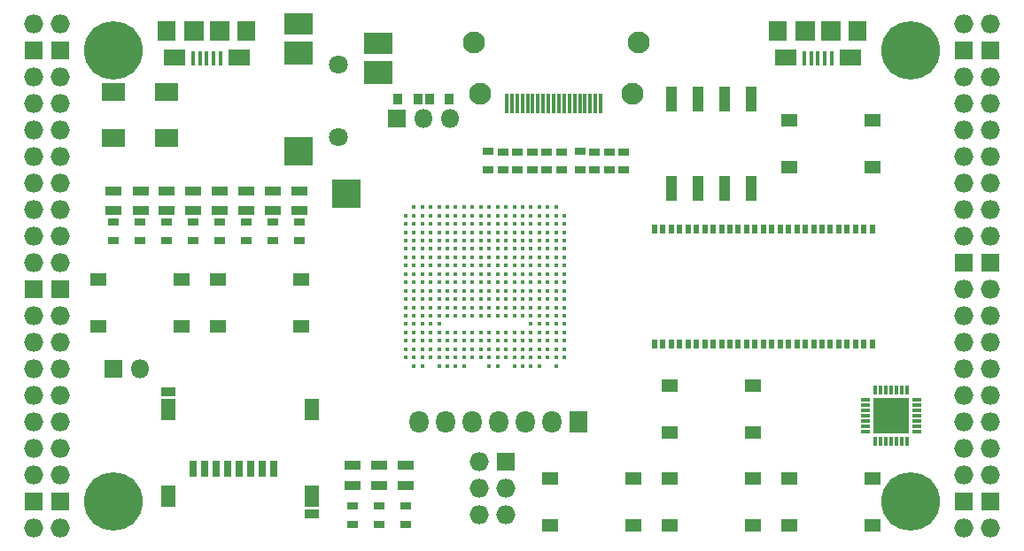
<source format=gts>
G04 #@! TF.GenerationSoftware,KiCad,Pcbnew,5.0.0-rc2+dfsg1-2*
G04 #@! TF.CreationDate,2018-06-06T08:38:01+02:00*
G04 #@! TF.ProjectId,ulx3s,756C7833732E6B696361645F70636200,rev?*
G04 #@! TF.SameCoordinates,Original*
G04 #@! TF.FileFunction,Soldermask,Top*
G04 #@! TF.FilePolarity,Negative*
%FSLAX46Y46*%
G04 Gerber Fmt 4.6, Leading zero omitted, Abs format (unit mm)*
G04 Created by KiCad (PCBNEW 5.0.0-rc2+dfsg1-2) date Wed Jun  6 08:38:01 2018*
%MOMM*%
%LPD*%
G01*
G04 APERTURE LIST*
%ADD10O,1.827200X1.827200*%
%ADD11R,1.727200X1.727200*%
%ADD12C,5.600000*%
%ADD13R,2.100000X1.600000*%
%ADD14R,1.900000X1.900000*%
%ADD15R,0.400000X1.350000*%
%ADD16R,1.800000X1.900000*%
%ADD17O,0.950000X0.400000*%
%ADD18O,0.400000X0.950000*%
%ADD19R,1.675000X1.675000*%
%ADD20R,1.727200X2.032000*%
%ADD21O,1.827200X2.132000*%
%ADD22R,1.550000X1.300000*%
%ADD23R,1.120000X2.440000*%
%ADD24C,0.430000*%
%ADD25R,2.800000X2.000000*%
%ADD26R,2.800000X2.200000*%
%ADD27R,2.800000X2.800000*%
%ADD28C,1.800000*%
%ADD29R,0.700000X1.500000*%
%ADD30R,1.450000X0.900000*%
%ADD31R,1.450000X2.000000*%
%ADD32R,2.200000X1.800000*%
%ADD33R,0.560000X0.900000*%
%ADD34R,1.000000X0.670000*%
%ADD35R,1.500000X0.970000*%
%ADD36R,0.300000X1.900000*%
%ADD37C,2.100000*%
%ADD38R,0.845000X1.000000*%
%ADD39R,1.700000X1.700000*%
%ADD40O,1.800000X1.800000*%
G04 APERTURE END LIST*
D10*
G04 #@! TO.C,J1*
X97910000Y-62690000D03*
X95370000Y-62690000D03*
D11*
X97910000Y-65230000D03*
X95370000Y-65230000D03*
D10*
X97910000Y-67770000D03*
X95370000Y-67770000D03*
X97910000Y-70310000D03*
X95370000Y-70310000D03*
X97910000Y-72850000D03*
X95370000Y-72850000D03*
X97910000Y-75390000D03*
X95370000Y-75390000D03*
X97910000Y-77930000D03*
X95370000Y-77930000D03*
X97910000Y-80470000D03*
X95370000Y-80470000D03*
X97910000Y-83010000D03*
X95370000Y-83010000D03*
X97910000Y-85550000D03*
X95370000Y-85550000D03*
D11*
X97910000Y-88090000D03*
X95370000Y-88090000D03*
D10*
X97910000Y-90630000D03*
X95370000Y-90630000D03*
X97910000Y-93170000D03*
X95370000Y-93170000D03*
X97910000Y-95710000D03*
X95370000Y-95710000D03*
X97910000Y-98250000D03*
X95370000Y-98250000D03*
X97910000Y-100790000D03*
X95370000Y-100790000D03*
X97910000Y-103330000D03*
X95370000Y-103330000D03*
X97910000Y-105870000D03*
X95370000Y-105870000D03*
D11*
X97910000Y-108410000D03*
X95370000Y-108410000D03*
D10*
X97910000Y-110950000D03*
X95370000Y-110950000D03*
G04 #@! TD*
G04 #@! TO.C,J2*
X184270000Y-110950000D03*
X186810000Y-110950000D03*
D11*
X184270000Y-108410000D03*
X186810000Y-108410000D03*
D10*
X184270000Y-105870000D03*
X186810000Y-105870000D03*
X184270000Y-103330000D03*
X186810000Y-103330000D03*
X184270000Y-100790000D03*
X186810000Y-100790000D03*
X184270000Y-98250000D03*
X186810000Y-98250000D03*
X184270000Y-95710000D03*
X186810000Y-95710000D03*
X184270000Y-93170000D03*
X186810000Y-93170000D03*
X184270000Y-90630000D03*
X186810000Y-90630000D03*
X184270000Y-88090000D03*
X186810000Y-88090000D03*
D11*
X184270000Y-85550000D03*
X186810000Y-85550000D03*
D10*
X184270000Y-83010000D03*
X186810000Y-83010000D03*
X184270000Y-80470000D03*
X186810000Y-80470000D03*
X184270000Y-77930000D03*
X186810000Y-77930000D03*
X184270000Y-75390000D03*
X186810000Y-75390000D03*
X184270000Y-72850000D03*
X186810000Y-72850000D03*
X184270000Y-70310000D03*
X186810000Y-70310000D03*
X184270000Y-67770000D03*
X186810000Y-67770000D03*
D11*
X184270000Y-65230000D03*
X186810000Y-65230000D03*
D10*
X184270000Y-62690000D03*
X186810000Y-62690000D03*
G04 #@! TD*
D12*
G04 #@! TO.C,H1*
X102990000Y-108410000D03*
G04 #@! TD*
G04 #@! TO.C,H2*
X179190000Y-108410000D03*
G04 #@! TD*
G04 #@! TO.C,H3*
X179190000Y-65230000D03*
G04 #@! TD*
G04 #@! TO.C,H4*
X102990000Y-65230000D03*
G04 #@! TD*
D13*
G04 #@! TO.C,US1*
X114980000Y-65875000D03*
X108780000Y-65875000D03*
D14*
X113080000Y-63325000D03*
X110680000Y-63325000D03*
D15*
X113180000Y-66000000D03*
X112530000Y-66000000D03*
X111880000Y-66000000D03*
X111230000Y-66000000D03*
X110580000Y-66000000D03*
D16*
X115680000Y-63325000D03*
X108080000Y-63325000D03*
G04 #@! TD*
D13*
G04 #@! TO.C,US2*
X173400000Y-65875000D03*
X167200000Y-65875000D03*
D14*
X171500000Y-63325000D03*
X169100000Y-63325000D03*
D15*
X171600000Y-66000000D03*
X170950000Y-66000000D03*
X170300000Y-66000000D03*
X169650000Y-66000000D03*
X169000000Y-66000000D03*
D16*
X174100000Y-63325000D03*
X166500000Y-63325000D03*
G04 #@! TD*
D11*
G04 #@! TO.C,J4*
X140455000Y-104600000D03*
D10*
X137915000Y-104600000D03*
X140455000Y-107140000D03*
X137915000Y-107140000D03*
X140455000Y-109680000D03*
X137915000Y-109680000D03*
G04 #@! TD*
D17*
G04 #@! TO.C,U8*
X179735000Y-101655000D03*
X179735000Y-101155000D03*
X179735000Y-100655000D03*
X179735000Y-100155000D03*
X179735000Y-99655000D03*
X179735000Y-99155000D03*
X179735000Y-98655000D03*
D18*
X178785000Y-97705000D03*
X178285000Y-97705000D03*
X177785000Y-97705000D03*
X177285000Y-97705000D03*
X176785000Y-97705000D03*
X176285000Y-97705000D03*
X175785000Y-97705000D03*
D17*
X174835000Y-98655000D03*
X174835000Y-99155000D03*
X174835000Y-99655000D03*
X174835000Y-100155000D03*
X174835000Y-100655000D03*
X174835000Y-101155000D03*
X174835000Y-101655000D03*
D18*
X175785000Y-102605000D03*
X176285000Y-102605000D03*
X176785000Y-102605000D03*
X177285000Y-102605000D03*
X177785000Y-102605000D03*
X178285000Y-102605000D03*
X178785000Y-102605000D03*
D19*
X176447500Y-99317500D03*
X176447500Y-100992500D03*
X178122500Y-99317500D03*
X178122500Y-100992500D03*
G04 #@! TD*
D20*
G04 #@! TO.C,OLED1*
X147440000Y-100790000D03*
D21*
X144900000Y-100790000D03*
X142360000Y-100790000D03*
X139820000Y-100790000D03*
X137280000Y-100790000D03*
X134740000Y-100790000D03*
X132200000Y-100790000D03*
G04 #@! TD*
D22*
G04 #@! TO.C,BTN0*
X175550000Y-71870000D03*
X175550000Y-76370000D03*
X167590000Y-76370000D03*
X167590000Y-71870000D03*
G04 #@! TD*
G04 #@! TO.C,BTN1*
X101550000Y-91610000D03*
X101550000Y-87110000D03*
X109510000Y-87110000D03*
X109510000Y-91610000D03*
G04 #@! TD*
G04 #@! TO.C,BTN2*
X112980000Y-91610000D03*
X112980000Y-87110000D03*
X120940000Y-87110000D03*
X120940000Y-91610000D03*
G04 #@! TD*
G04 #@! TO.C,BTN3*
X156160000Y-101770000D03*
X156160000Y-97270000D03*
X164120000Y-97270000D03*
X164120000Y-101770000D03*
G04 #@! TD*
G04 #@! TO.C,BTN4*
X164120000Y-106160000D03*
X164120000Y-110660000D03*
X156160000Y-110660000D03*
X156160000Y-106160000D03*
G04 #@! TD*
G04 #@! TO.C,BTN5*
X152690000Y-106160000D03*
X152690000Y-110660000D03*
X144730000Y-110660000D03*
X144730000Y-106160000D03*
G04 #@! TD*
G04 #@! TO.C,BTN6*
X175550000Y-106160000D03*
X175550000Y-110660000D03*
X167590000Y-110660000D03*
X167590000Y-106160000D03*
G04 #@! TD*
D23*
G04 #@! TO.C,SW1*
X156330000Y-78425000D03*
X163950000Y-69815000D03*
X158870000Y-78425000D03*
X161410000Y-69815000D03*
X161410000Y-78425000D03*
X158870000Y-69815000D03*
X163950000Y-78425000D03*
X156330000Y-69815000D03*
G04 #@! TD*
D24*
G04 #@! TO.C,U1*
X131680000Y-80200000D03*
X132480000Y-80200000D03*
X133280000Y-80200000D03*
X134080000Y-80200000D03*
X134880000Y-80200000D03*
X135680000Y-80200000D03*
X136480000Y-80200000D03*
X137280000Y-80200000D03*
X138080000Y-80200000D03*
X138880000Y-80200000D03*
X139680000Y-80200000D03*
X140480000Y-80200000D03*
X141280000Y-80200000D03*
X142080000Y-80200000D03*
X142880000Y-80200000D03*
X143680000Y-80200000D03*
X144480000Y-80200000D03*
X145280000Y-80200000D03*
X130880000Y-81000000D03*
X131680000Y-81000000D03*
X132480000Y-81000000D03*
X133280000Y-81000000D03*
X134080000Y-81000000D03*
X134880000Y-81000000D03*
X135680000Y-81000000D03*
X136480000Y-81000000D03*
X137280000Y-81000000D03*
X138080000Y-81000000D03*
X138880000Y-81000000D03*
X139680000Y-81000000D03*
X140480000Y-81000000D03*
X141280000Y-81000000D03*
X142080000Y-81000000D03*
X142880000Y-81000000D03*
X143680000Y-81000000D03*
X144480000Y-81000000D03*
X145280000Y-81000000D03*
X146080000Y-81000000D03*
X130880000Y-81800000D03*
X131680000Y-81800000D03*
X132480000Y-81800000D03*
X133280000Y-81800000D03*
X134080000Y-81800000D03*
X134880000Y-81800000D03*
X135680000Y-81800000D03*
X136480000Y-81800000D03*
X137280000Y-81800000D03*
X138080000Y-81800000D03*
X138880000Y-81800000D03*
X139680000Y-81800000D03*
X140480000Y-81800000D03*
X141280000Y-81800000D03*
X142080000Y-81800000D03*
X142880000Y-81800000D03*
X143680000Y-81800000D03*
X144480000Y-81800000D03*
X145280000Y-81800000D03*
X146080000Y-81800000D03*
X130880000Y-82600000D03*
X131680000Y-82600000D03*
X132480000Y-82600000D03*
X133280000Y-82600000D03*
X134080000Y-82600000D03*
X134880000Y-82600000D03*
X135680000Y-82600000D03*
X136480000Y-82600000D03*
X137280000Y-82600000D03*
X138080000Y-82600000D03*
X138880000Y-82600000D03*
X139680000Y-82600000D03*
X140480000Y-82600000D03*
X141280000Y-82600000D03*
X142080000Y-82600000D03*
X142880000Y-82600000D03*
X143680000Y-82600000D03*
X144480000Y-82600000D03*
X145280000Y-82600000D03*
X146080000Y-82600000D03*
X130880000Y-83400000D03*
X131680000Y-83400000D03*
X132480000Y-83400000D03*
X133280000Y-83400000D03*
X134080000Y-83400000D03*
X134880000Y-83400000D03*
X135680000Y-83400000D03*
X136480000Y-83400000D03*
X137280000Y-83400000D03*
X138080000Y-83400000D03*
X138880000Y-83400000D03*
X139680000Y-83400000D03*
X140480000Y-83400000D03*
X141280000Y-83400000D03*
X142080000Y-83400000D03*
X142880000Y-83400000D03*
X143680000Y-83400000D03*
X144480000Y-83400000D03*
X145280000Y-83400000D03*
X146080000Y-83400000D03*
X130880000Y-84200000D03*
X131680000Y-84200000D03*
X132480000Y-84200000D03*
X133280000Y-84200000D03*
X134080000Y-84200000D03*
X134880000Y-84200000D03*
X135680000Y-84200000D03*
X136480000Y-84200000D03*
X137280000Y-84200000D03*
X138080000Y-84200000D03*
X138880000Y-84200000D03*
X139680000Y-84200000D03*
X140480000Y-84200000D03*
X141280000Y-84200000D03*
X142080000Y-84200000D03*
X142880000Y-84200000D03*
X143680000Y-84200000D03*
X144480000Y-84200000D03*
X145280000Y-84200000D03*
X146080000Y-84200000D03*
X130880000Y-85000000D03*
X131680000Y-85000000D03*
X132480000Y-85000000D03*
X133280000Y-85000000D03*
X134080000Y-85000000D03*
X134880000Y-85000000D03*
X135680000Y-85000000D03*
X136480000Y-85000000D03*
X137280000Y-85000000D03*
X138080000Y-85000000D03*
X138880000Y-85000000D03*
X139680000Y-85000000D03*
X140480000Y-85000000D03*
X141280000Y-85000000D03*
X142080000Y-85000000D03*
X142880000Y-85000000D03*
X143680000Y-85000000D03*
X144480000Y-85000000D03*
X145280000Y-85000000D03*
X146080000Y-85000000D03*
X130880000Y-85800000D03*
X131680000Y-85800000D03*
X132480000Y-85800000D03*
X133280000Y-85800000D03*
X134080000Y-85800000D03*
X134880000Y-85800000D03*
X135680000Y-85800000D03*
X136480000Y-85800000D03*
X137280000Y-85800000D03*
X138080000Y-85800000D03*
X138880000Y-85800000D03*
X139680000Y-85800000D03*
X140480000Y-85800000D03*
X141280000Y-85800000D03*
X142080000Y-85800000D03*
X142880000Y-85800000D03*
X143680000Y-85800000D03*
X144480000Y-85800000D03*
X145280000Y-85800000D03*
X146080000Y-85800000D03*
X130880000Y-86600000D03*
X131680000Y-86600000D03*
X132480000Y-86600000D03*
X133280000Y-86600000D03*
X134080000Y-86600000D03*
X134880000Y-86600000D03*
X135680000Y-86600000D03*
X136480000Y-86600000D03*
X137280000Y-86600000D03*
X138080000Y-86600000D03*
X138880000Y-86600000D03*
X139680000Y-86600000D03*
X140480000Y-86600000D03*
X141280000Y-86600000D03*
X142080000Y-86600000D03*
X142880000Y-86600000D03*
X143680000Y-86600000D03*
X144480000Y-86600000D03*
X145280000Y-86600000D03*
X146080000Y-86600000D03*
X130880000Y-87400000D03*
X131680000Y-87400000D03*
X132480000Y-87400000D03*
X133280000Y-87400000D03*
X134080000Y-87400000D03*
X134880000Y-87400000D03*
X135680000Y-87400000D03*
X136480000Y-87400000D03*
X137280000Y-87400000D03*
X138080000Y-87400000D03*
X138880000Y-87400000D03*
X139680000Y-87400000D03*
X140480000Y-87400000D03*
X141280000Y-87400000D03*
X142080000Y-87400000D03*
X142880000Y-87400000D03*
X143680000Y-87400000D03*
X144480000Y-87400000D03*
X145280000Y-87400000D03*
X146080000Y-87400000D03*
X130880000Y-88200000D03*
X131680000Y-88200000D03*
X132480000Y-88200000D03*
X133280000Y-88200000D03*
X134080000Y-88200000D03*
X134880000Y-88200000D03*
X135680000Y-88200000D03*
X136480000Y-88200000D03*
X137280000Y-88200000D03*
X138080000Y-88200000D03*
X138880000Y-88200000D03*
X139680000Y-88200000D03*
X140480000Y-88200000D03*
X141280000Y-88200000D03*
X142080000Y-88200000D03*
X142880000Y-88200000D03*
X143680000Y-88200000D03*
X144480000Y-88200000D03*
X145280000Y-88200000D03*
X146080000Y-88200000D03*
X130880000Y-89000000D03*
X131680000Y-89000000D03*
X132480000Y-89000000D03*
X133280000Y-89000000D03*
X134080000Y-89000000D03*
X134880000Y-89000000D03*
X135680000Y-89000000D03*
X136480000Y-89000000D03*
X137280000Y-89000000D03*
X138080000Y-89000000D03*
X138880000Y-89000000D03*
X139680000Y-89000000D03*
X140480000Y-89000000D03*
X141280000Y-89000000D03*
X142080000Y-89000000D03*
X142880000Y-89000000D03*
X143680000Y-89000000D03*
X144480000Y-89000000D03*
X145280000Y-89000000D03*
X146080000Y-89000000D03*
X130880000Y-89800000D03*
X131680000Y-89800000D03*
X132480000Y-89800000D03*
X133280000Y-89800000D03*
X134080000Y-89800000D03*
X134880000Y-89800000D03*
X135680000Y-89800000D03*
X136480000Y-89800000D03*
X137280000Y-89800000D03*
X138080000Y-89800000D03*
X138880000Y-89800000D03*
X139680000Y-89800000D03*
X140480000Y-89800000D03*
X141280000Y-89800000D03*
X142080000Y-89800000D03*
X142880000Y-89800000D03*
X143680000Y-89800000D03*
X144480000Y-89800000D03*
X145280000Y-89800000D03*
X146080000Y-89800000D03*
X130880000Y-90600000D03*
X131680000Y-90600000D03*
X132480000Y-90600000D03*
X133280000Y-90600000D03*
X134080000Y-90600000D03*
X134880000Y-90600000D03*
X135680000Y-90600000D03*
X136480000Y-90600000D03*
X137280000Y-90600000D03*
X138080000Y-90600000D03*
X138880000Y-90600000D03*
X139680000Y-90600000D03*
X140480000Y-90600000D03*
X141280000Y-90600000D03*
X142080000Y-90600000D03*
X142880000Y-90600000D03*
X143680000Y-90600000D03*
X144480000Y-90600000D03*
X145280000Y-90600000D03*
X146080000Y-90600000D03*
X130880000Y-91400000D03*
X131680000Y-91400000D03*
X132480000Y-91400000D03*
X133280000Y-91400000D03*
X134080000Y-91400000D03*
X142880000Y-91400000D03*
X143680000Y-91400000D03*
X144480000Y-91400000D03*
X145280000Y-91400000D03*
X146080000Y-91400000D03*
X130880000Y-92200000D03*
X131680000Y-92200000D03*
X132480000Y-92200000D03*
X133280000Y-92200000D03*
X134080000Y-92200000D03*
X134880000Y-92200000D03*
X135680000Y-92200000D03*
X136480000Y-92200000D03*
X137280000Y-92200000D03*
X138080000Y-92200000D03*
X138880000Y-92200000D03*
X139680000Y-92200000D03*
X140480000Y-92200000D03*
X141280000Y-92200000D03*
X142080000Y-92200000D03*
X142880000Y-92200000D03*
X143680000Y-92200000D03*
X144480000Y-92200000D03*
X145280000Y-92200000D03*
X146080000Y-92200000D03*
X130880000Y-93000000D03*
X131680000Y-93000000D03*
X132480000Y-93000000D03*
X133280000Y-93000000D03*
X134080000Y-93000000D03*
X134880000Y-93000000D03*
X135680000Y-93000000D03*
X136480000Y-93000000D03*
X137280000Y-93000000D03*
X138080000Y-93000000D03*
X138880000Y-93000000D03*
X139680000Y-93000000D03*
X140480000Y-93000000D03*
X141280000Y-93000000D03*
X142080000Y-93000000D03*
X142880000Y-93000000D03*
X143680000Y-93000000D03*
X144480000Y-93000000D03*
X145280000Y-93000000D03*
X146080000Y-93000000D03*
X130880000Y-93800000D03*
X131680000Y-93800000D03*
X132480000Y-93800000D03*
X133280000Y-93800000D03*
X134080000Y-93800000D03*
X134880000Y-93800000D03*
X135680000Y-93800000D03*
X136480000Y-93800000D03*
X137280000Y-93800000D03*
X138080000Y-93800000D03*
X138880000Y-93800000D03*
X139680000Y-93800000D03*
X140480000Y-93800000D03*
X141280000Y-93800000D03*
X142080000Y-93800000D03*
X142880000Y-93800000D03*
X143680000Y-93800000D03*
X144480000Y-93800000D03*
X145280000Y-93800000D03*
X146080000Y-93800000D03*
X130880000Y-94600000D03*
X131680000Y-94600000D03*
X132480000Y-94600000D03*
X133280000Y-94600000D03*
X134080000Y-94600000D03*
X134880000Y-94600000D03*
X135680000Y-94600000D03*
X136480000Y-94600000D03*
X137280000Y-94600000D03*
X138080000Y-94600000D03*
X138880000Y-94600000D03*
X139680000Y-94600000D03*
X140480000Y-94600000D03*
X141280000Y-94600000D03*
X142080000Y-94600000D03*
X142880000Y-94600000D03*
X143680000Y-94600000D03*
X144480000Y-94600000D03*
X145280000Y-94600000D03*
X146080000Y-94600000D03*
X131680000Y-95400000D03*
X132480000Y-95400000D03*
X134080000Y-95400000D03*
X134880000Y-95400000D03*
X135680000Y-95400000D03*
X136480000Y-95400000D03*
X138880000Y-95400000D03*
X139680000Y-95400000D03*
X141280000Y-95400000D03*
X142080000Y-95400000D03*
X142880000Y-95400000D03*
X143680000Y-95400000D03*
X145280000Y-95400000D03*
G04 #@! TD*
D25*
G04 #@! TO.C,AUDIO1*
X120668000Y-62618000D03*
D26*
X120668000Y-65418000D03*
D27*
X120668000Y-74818000D03*
X125218000Y-78918000D03*
D26*
X128268000Y-67318000D03*
D25*
X128268000Y-64518000D03*
D28*
X124468000Y-66518000D03*
X124468000Y-73518000D03*
G04 #@! TD*
D29*
G04 #@! TO.C,SD1*
X118250000Y-105250000D03*
X117150000Y-105250000D03*
X116050000Y-105250000D03*
X114950000Y-105250000D03*
X113850000Y-105250000D03*
X112750000Y-105250000D03*
X111650000Y-105250000D03*
X110550000Y-105250000D03*
D30*
X121925000Y-109550000D03*
X108175000Y-97850000D03*
D31*
X108175000Y-107850000D03*
X121925000Y-107850000D03*
X121925000Y-99550000D03*
X108175000Y-99550000D03*
G04 #@! TD*
D32*
G04 #@! TO.C,Y1*
X108040000Y-69220000D03*
X102960000Y-69220000D03*
X102960000Y-73620000D03*
X108040000Y-73620000D03*
G04 #@! TD*
D33*
G04 #@! TO.C,U2*
X175493000Y-82270000D03*
X154693000Y-93330000D03*
X155493000Y-93330000D03*
X156293000Y-93330000D03*
X157093000Y-93330000D03*
X157893000Y-93330000D03*
X158693000Y-93330000D03*
X159493000Y-93330000D03*
X160293000Y-93330000D03*
X161093000Y-93330000D03*
X161893000Y-93330000D03*
X162693000Y-93330000D03*
X163493000Y-93330000D03*
X164293000Y-93330000D03*
X165093000Y-93330000D03*
X165893000Y-93330000D03*
X166693000Y-93330000D03*
X167493000Y-93330000D03*
X168293000Y-93330000D03*
X169093000Y-93330000D03*
X169893000Y-93330000D03*
X170693000Y-93330000D03*
X171493000Y-93330000D03*
X172293000Y-93330000D03*
X173093000Y-93330000D03*
X173893000Y-93330000D03*
X174693000Y-93330000D03*
X175493000Y-93330000D03*
X174693000Y-82270000D03*
X173893000Y-82270000D03*
X173093000Y-82270000D03*
X172293000Y-82270000D03*
X171493000Y-82270000D03*
X170693000Y-82270000D03*
X169893000Y-82270000D03*
X169093000Y-82270000D03*
X168293000Y-82270000D03*
X167493000Y-82270000D03*
X166693000Y-82270000D03*
X165893000Y-82270000D03*
X165093000Y-82270000D03*
X164293000Y-82270000D03*
X163493000Y-82270000D03*
X162693000Y-82270000D03*
X161893000Y-82270000D03*
X161093000Y-82270000D03*
X160293000Y-82270000D03*
X159493000Y-82270000D03*
X158693000Y-82270000D03*
X157893000Y-82270000D03*
X157093000Y-82270000D03*
X156293000Y-82270000D03*
X155493000Y-82270000D03*
X154693000Y-82270000D03*
G04 #@! TD*
D34*
G04 #@! TO.C,C36*
X150361000Y-76646000D03*
X150361000Y-74896000D03*
G04 #@! TD*
G04 #@! TO.C,C37*
X151758000Y-74896000D03*
X151758000Y-76646000D03*
G04 #@! TD*
G04 #@! TO.C,C38*
X140201000Y-74896000D03*
X140201000Y-76646000D03*
G04 #@! TD*
G04 #@! TO.C,C39*
X142995000Y-76646000D03*
X142995000Y-74896000D03*
G04 #@! TD*
G04 #@! TO.C,C40*
X145789000Y-76646000D03*
X145789000Y-74896000D03*
G04 #@! TD*
G04 #@! TO.C,C41*
X148964000Y-74896000D03*
X148964000Y-76646000D03*
G04 #@! TD*
G04 #@! TO.C,C42*
X138742800Y-76638600D03*
X138742800Y-74888600D03*
G04 #@! TD*
G04 #@! TO.C,C43*
X141598000Y-74896000D03*
X141598000Y-76646000D03*
G04 #@! TD*
G04 #@! TO.C,C44*
X144392000Y-74896000D03*
X144392000Y-76646000D03*
G04 #@! TD*
G04 #@! TO.C,C45*
X147567000Y-76634000D03*
X147567000Y-74884000D03*
G04 #@! TD*
D35*
G04 #@! TO.C,D19*
X130930000Y-106825000D03*
X130930000Y-104915000D03*
G04 #@! TD*
G04 #@! TO.C,D0*
X120770000Y-78644000D03*
X120770000Y-80554000D03*
G04 #@! TD*
G04 #@! TO.C,D1*
X118230000Y-80554000D03*
X118230000Y-78644000D03*
G04 #@! TD*
G04 #@! TO.C,D2*
X115690000Y-78644000D03*
X115690000Y-80554000D03*
G04 #@! TD*
G04 #@! TO.C,D3*
X113150000Y-78644000D03*
X113150000Y-80554000D03*
G04 #@! TD*
G04 #@! TO.C,D4*
X110610000Y-80554000D03*
X110610000Y-78644000D03*
G04 #@! TD*
G04 #@! TO.C,D5*
X108070000Y-80554000D03*
X108070000Y-78644000D03*
G04 #@! TD*
G04 #@! TO.C,D6*
X105545000Y-78644000D03*
X105545000Y-80554000D03*
G04 #@! TD*
G04 #@! TO.C,D7*
X102990000Y-80554000D03*
X102990000Y-78644000D03*
G04 #@! TD*
G04 #@! TO.C,D18*
X128390000Y-106825000D03*
X128390000Y-104915000D03*
G04 #@! TD*
G04 #@! TO.C,D22*
X125850000Y-104915000D03*
X125850000Y-106825000D03*
G04 #@! TD*
D36*
G04 #@! TO.C,GPDI1*
X149546000Y-70312000D03*
X149046000Y-70312000D03*
X148546000Y-70312000D03*
X148046000Y-70312000D03*
X147546000Y-70312000D03*
X147046000Y-70312000D03*
X146546000Y-70312000D03*
X146046000Y-70312000D03*
X145546000Y-70312000D03*
X145046000Y-70312000D03*
X144546000Y-70312000D03*
X144046000Y-70312000D03*
X143546000Y-70312000D03*
X143046000Y-70312000D03*
X142546000Y-70312000D03*
X142046000Y-70312000D03*
X141546000Y-70312000D03*
X141046000Y-70312000D03*
X140546000Y-70312000D03*
D37*
X152546000Y-69312000D03*
X138046000Y-69312000D03*
X153146000Y-64412000D03*
X137446000Y-64412000D03*
G04 #@! TD*
D34*
G04 #@! TO.C,R41*
X120770000Y-83377000D03*
X120770000Y-81627000D03*
G04 #@! TD*
G04 #@! TO.C,R42*
X118230000Y-81627000D03*
X118230000Y-83377000D03*
G04 #@! TD*
G04 #@! TO.C,R43*
X115690000Y-83377000D03*
X115690000Y-81627000D03*
G04 #@! TD*
G04 #@! TO.C,R44*
X113150000Y-81627000D03*
X113150000Y-83377000D03*
G04 #@! TD*
G04 #@! TO.C,R45*
X110610000Y-81627000D03*
X110610000Y-83377000D03*
G04 #@! TD*
G04 #@! TO.C,R46*
X108070000Y-83377000D03*
X108070000Y-81627000D03*
G04 #@! TD*
G04 #@! TO.C,R47*
X105530000Y-81627000D03*
X105530000Y-83377000D03*
G04 #@! TD*
G04 #@! TO.C,R48*
X102990000Y-83377000D03*
X102990000Y-81627000D03*
G04 #@! TD*
G04 #@! TO.C,R36*
X128390000Y-110555000D03*
X128390000Y-108805000D03*
G04 #@! TD*
G04 #@! TO.C,R37*
X130930000Y-110555000D03*
X130930000Y-108805000D03*
G04 #@! TD*
G04 #@! TO.C,R62*
X125850000Y-108805000D03*
X125850000Y-110555000D03*
G04 #@! TD*
D38*
G04 #@! TO.C,RV2*
X130123501Y-69814500D03*
X132048501Y-69814500D03*
G04 #@! TD*
G04 #@! TO.C,RV3*
X135082500Y-69814500D03*
X133157500Y-69814500D03*
G04 #@! TD*
D39*
G04 #@! TO.C,J3*
X102990000Y-95710000D03*
D40*
X105530000Y-95710000D03*
G04 #@! TD*
D39*
G04 #@! TO.C,J5*
X130056000Y-71725000D03*
D40*
X132596000Y-71725000D03*
X135136000Y-71725000D03*
G04 #@! TD*
M02*

</source>
